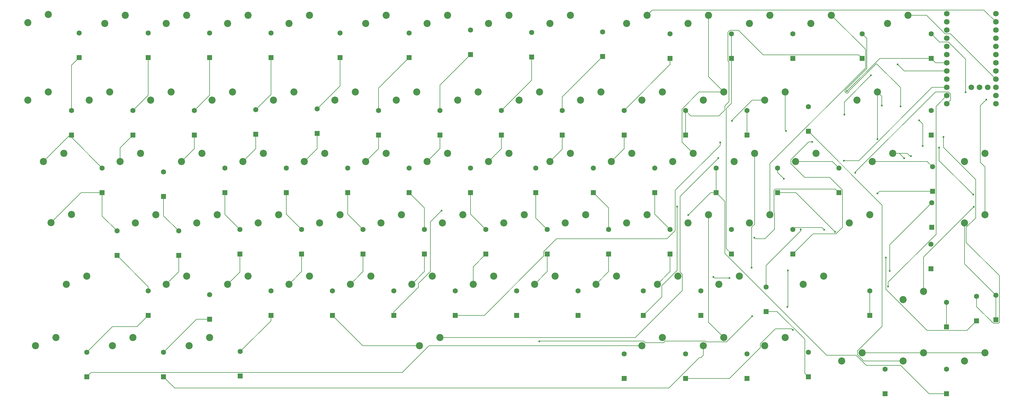
<source format=gbr>
%TF.GenerationSoftware,KiCad,Pcbnew,9.0.2*%
%TF.CreationDate,2025-06-24T14:03:34-04:00*%
%TF.ProjectId,allankeyboard,616c6c61-6e6b-4657-9962-6f6172642e6b,rev?*%
%TF.SameCoordinates,Original*%
%TF.FileFunction,Copper,L2,Bot*%
%TF.FilePolarity,Positive*%
%FSLAX46Y46*%
G04 Gerber Fmt 4.6, Leading zero omitted, Abs format (unit mm)*
G04 Created by KiCad (PCBNEW 9.0.2) date 2025-06-24 14:03:34*
%MOMM*%
%LPD*%
G01*
G04 APERTURE LIST*
G04 Aperture macros list*
%AMRoundRect*
0 Rectangle with rounded corners*
0 $1 Rounding radius*
0 $2 $3 $4 $5 $6 $7 $8 $9 X,Y pos of 4 corners*
0 Add a 4 corners polygon primitive as box body*
4,1,4,$2,$3,$4,$5,$6,$7,$8,$9,$2,$3,0*
0 Add four circle primitives for the rounded corners*
1,1,$1+$1,$2,$3*
1,1,$1+$1,$4,$5*
1,1,$1+$1,$6,$7*
1,1,$1+$1,$8,$9*
0 Add four rect primitives between the rounded corners*
20,1,$1+$1,$2,$3,$4,$5,0*
20,1,$1+$1,$4,$5,$6,$7,0*
20,1,$1+$1,$6,$7,$8,$9,0*
20,1,$1+$1,$8,$9,$2,$3,0*%
G04 Aperture macros list end*
%TA.AperFunction,ComponentPad*%
%ADD10C,2.200000*%
%TD*%
%TA.AperFunction,ComponentPad*%
%ADD11RoundRect,0.250000X0.550000X-0.550000X0.550000X0.550000X-0.550000X0.550000X-0.550000X-0.550000X0*%
%TD*%
%TA.AperFunction,ComponentPad*%
%ADD12C,1.600000*%
%TD*%
%TA.AperFunction,ComponentPad*%
%ADD13C,1.752600*%
%TD*%
%TA.AperFunction,ViaPad*%
%ADD14C,0.600000*%
%TD*%
%TA.AperFunction,Conductor*%
%ADD15C,0.200000*%
%TD*%
G04 APERTURE END LIST*
D10*
%TO.P,S73,1,1*%
%TO.N,Row 5*%
X164618750Y-260763000D03*
%TO.P,S73,2,2*%
%TO.N,Net-(D60-K)*%
X158268750Y-263303000D03*
%TD*%
%TO.P,S7,1,1*%
%TO.N,Row 0*%
X262250000Y-160750500D03*
%TO.P,S7,2,2*%
%TO.N,Net-(D7-A)*%
X255900000Y-163290500D03*
%TD*%
%TO.P,S80,1,1*%
%TO.N,Row 6*%
X409887500Y-265525500D03*
%TO.P,S80,2,2*%
%TO.N,Net-(D27-K)*%
X403537500Y-268065500D03*
%TD*%
%TO.P,S35,1,1*%
%TO.N,Row 2*%
X243200000Y-203613000D03*
%TO.P,S35,2,2*%
%TO.N,Net-(D20-K)*%
X236850000Y-206153000D03*
%TD*%
%TO.P,S37,1,1*%
%TO.N,Row 2*%
X281300000Y-203613000D03*
%TO.P,S37,2,2*%
%TO.N,Net-(D22-K)*%
X274950000Y-206153000D03*
%TD*%
%TO.P,S63,1,1*%
%TO.N,Row 4*%
X238437500Y-241713000D03*
%TO.P,S63,2,2*%
%TO.N,Net-(D49-K)*%
X232087500Y-244253000D03*
%TD*%
%TO.P,S64,1,1*%
%TO.N,Row 4*%
X257487500Y-241713000D03*
%TO.P,S64,2,2*%
%TO.N,Net-(D50-K)*%
X251137500Y-244253000D03*
%TD*%
%TO.P,S31,1,1*%
%TO.N,Row 2*%
X167000000Y-203613000D03*
%TO.P,S31,2,2*%
%TO.N,Net-(D16-K)*%
X160650000Y-206153000D03*
%TD*%
%TO.P,S2,1,1*%
%TO.N,Row 0*%
X162237500Y-160750500D03*
%TO.P,S2,2,2*%
%TO.N,Net-(D2-A)*%
X155887500Y-163290500D03*
%TD*%
%TO.P,S56,1,1*%
%TO.N,Row 6*%
X362262500Y-222663000D03*
%TO.P,S56,2,2*%
%TO.N,Net-(D43-K)*%
X355912500Y-225203000D03*
%TD*%
%TO.P,S34,1,1*%
%TO.N,Row 2*%
X224150000Y-203613000D03*
%TO.P,S34,2,2*%
%TO.N,Net-(D19-K)*%
X217800000Y-206153000D03*
%TD*%
%TO.P,S30,1,1*%
%TO.N,Row 2*%
X143187500Y-203613000D03*
%TO.P,S30,2,2*%
%TO.N,Net-(D15-K)*%
X136837500Y-206153000D03*
%TD*%
%TO.P,S65,1,1*%
%TO.N,Row 4*%
X276537500Y-241713000D03*
%TO.P,S65,2,2*%
%TO.N,Net-(D51-K)*%
X270187500Y-244253000D03*
%TD*%
%TO.P,S23,1,1*%
%TO.N,Row 1*%
X290825000Y-184563000D03*
%TO.P,S23,2,2*%
%TO.N,Net-(D23-A)*%
X284475000Y-187103000D03*
%TD*%
%TO.P,S62,1,1*%
%TO.N,Row 4*%
X219387500Y-241713000D03*
%TO.P,S62,2,2*%
%TO.N,Net-(D48-K)*%
X213037500Y-244253000D03*
%TD*%
%TO.P,S50,1,1*%
%TO.N,Row 3*%
X247962500Y-222663000D03*
%TO.P,S50,2,2*%
%TO.N,Net-(D35-K)*%
X241612500Y-225203000D03*
%TD*%
%TO.P,S52,1,1*%
%TO.N,Row 3*%
X286062500Y-222663000D03*
%TO.P,S52,2,2*%
%TO.N,Net-(D37-K)*%
X279712500Y-225203000D03*
%TD*%
%TO.P,S71,1,1*%
%TO.N,Row 7*%
X409887500Y-246475500D03*
%TO.P,S71,2,2*%
%TO.N,Column 0*%
X403537500Y-249015500D03*
%TD*%
%TO.P,S69,1,1*%
%TO.N,Row 7*%
X352737500Y-241713000D03*
%TO.P,S69,2,2*%
%TO.N,Column 2*%
X346387500Y-244253000D03*
%TD*%
%TO.P,S57,1,1*%
%TO.N,Row 5*%
X393218750Y-222663000D03*
%TO.P,S57,2,2*%
%TO.N,Net-(D57-A)*%
X386868750Y-225203000D03*
%TD*%
%TO.P,S44,1,1*%
%TO.N,Row 5*%
X428937500Y-203613000D03*
%TO.P,S44,2,2*%
%TO.N,Net-(D44-A)*%
X422587500Y-206153000D03*
%TD*%
%TO.P,S55,1,1*%
%TO.N,Row 6*%
X343212500Y-222663000D03*
%TO.P,S55,2,2*%
%TO.N,Net-(D42-K)*%
X336862500Y-225203000D03*
%TD*%
%TO.P,S40,1,1*%
%TO.N,Row 7*%
X338450000Y-203613000D03*
%TO.P,S40,2,2*%
%TO.N,Column 4*%
X332100000Y-206153000D03*
%TD*%
%TO.P,S12,1,1*%
%TO.N,Row 7*%
X362262500Y-160750500D03*
%TO.P,S12,2,2*%
%TO.N,Column 9*%
X355912500Y-163290500D03*
%TD*%
%TO.P,S9,1,1*%
%TO.N,Row 0*%
X300350000Y-160750500D03*
%TO.P,S9,2,2*%
%TO.N,Net-(D9-A)*%
X294000000Y-163290500D03*
%TD*%
%TO.P,S45,1,1*%
%TO.N,Row 3*%
X145565000Y-222630000D03*
%TO.P,S45,2,2*%
%TO.N,Net-(D30-K)*%
X139215000Y-225170000D03*
%TD*%
%TO.P,S17,1,1*%
%TO.N,Row 1*%
X176525000Y-184563000D03*
%TO.P,S17,2,2*%
%TO.N,Net-(D17-A)*%
X170175000Y-187103000D03*
%TD*%
%TO.P,S79,1,1*%
%TO.N,Row 6*%
X390837500Y-265525500D03*
%TO.P,S79,2,2*%
%TO.N,Net-(D75-K)*%
X384487500Y-268065500D03*
%TD*%
%TO.P,S54,1,1*%
%TO.N,Row 3*%
X324162500Y-222663000D03*
%TO.P,S54,2,2*%
%TO.N,Net-(D39-K)*%
X317812500Y-225203000D03*
%TD*%
%TO.P,S81,1,1*%
%TO.N,Row 6*%
X428937500Y-265525500D03*
%TO.P,S81,2,2*%
%TO.N,Net-(D28-K)*%
X422587500Y-268065500D03*
%TD*%
%TO.P,S26,1,1*%
%TO.N,Row 7*%
X347975000Y-184563000D03*
%TO.P,S26,2,2*%
%TO.N,Column 7*%
X341625000Y-187103000D03*
%TD*%
%TO.P,S74,1,1*%
%TO.N,Row 5*%
X188431250Y-260763000D03*
%TO.P,S74,2,2*%
%TO.N,Net-(D61-K)*%
X182081250Y-263303000D03*
%TD*%
%TO.P,S3,1,1*%
%TO.N,Row 0*%
X181287500Y-160750500D03*
%TO.P,S3,2,2*%
%TO.N,Net-(D3-A)*%
X174937500Y-163290500D03*
%TD*%
%TO.P,S22,1,1*%
%TO.N,Row 1*%
X271775000Y-184563000D03*
%TO.P,S22,2,2*%
%TO.N,Net-(D22-A)*%
X265425000Y-187103000D03*
%TD*%
%TO.P,S33,1,1*%
%TO.N,Row 2*%
X205100000Y-203613000D03*
%TO.P,S33,2,2*%
%TO.N,Net-(D18-K)*%
X198750000Y-206153000D03*
%TD*%
%TO.P,S10,1,1*%
%TO.N,Row 0*%
X324162500Y-160750500D03*
%TO.P,S10,2,2*%
%TO.N,Net-(D10-A)*%
X317812500Y-163290500D03*
%TD*%
%TO.P,S24,1,1*%
%TO.N,Row 1*%
X309875000Y-184563000D03*
%TO.P,S24,2,2*%
%TO.N,Net-(D10-K)*%
X303525000Y-187103000D03*
%TD*%
%TO.P,S8,1,1*%
%TO.N,Row 0*%
X281300000Y-160750500D03*
%TO.P,S8,2,2*%
%TO.N,Net-(D8-A)*%
X274950000Y-163290500D03*
%TD*%
%TO.P,S41,1,1*%
%TO.N,Row 7*%
X357500000Y-203613000D03*
%TO.P,S41,2,2*%
%TO.N,Column 5*%
X351150000Y-206153000D03*
%TD*%
%TO.P,S77,1,1*%
%TO.N,Row 6*%
X347975000Y-260763000D03*
%TO.P,S77,2,2*%
%TO.N,Net-(D73-K)*%
X341625000Y-263303000D03*
%TD*%
%TO.P,S67,1,1*%
%TO.N,Row 4*%
X314637500Y-241713000D03*
%TO.P,S67,2,2*%
%TO.N,Net-(D53-K)*%
X308287500Y-244253000D03*
%TD*%
%TO.P,S21,1,1*%
%TO.N,Row 1*%
X252725000Y-184563000D03*
%TO.P,S21,2,2*%
%TO.N,Net-(D21-A)*%
X246375000Y-187103000D03*
%TD*%
%TO.P,S15,1,1*%
%TO.N,Row 1*%
X138425000Y-184563000D03*
%TO.P,S15,2,2*%
%TO.N,Net-(D1-K)*%
X132075000Y-187103000D03*
%TD*%
%TO.P,S38,1,1*%
%TO.N,Row 2*%
X300350000Y-203613000D03*
%TO.P,S38,2,2*%
%TO.N,Net-(D23-K)*%
X294000000Y-206153000D03*
%TD*%
%TO.P,S6,1,1*%
%TO.N,Row 0*%
X243200000Y-160750500D03*
%TO.P,S6,2,2*%
%TO.N,Net-(D6-A)*%
X236850000Y-163290500D03*
%TD*%
%TO.P,S20,1,1*%
%TO.N,Row 1*%
X233675000Y-184563000D03*
%TO.P,S20,2,2*%
%TO.N,Net-(D20-A)*%
X227325000Y-187103000D03*
%TD*%
%TO.P,S19,1,1*%
%TO.N,Row 1*%
X214625000Y-184563000D03*
%TO.P,S19,2,2*%
%TO.N,Net-(D19-A)*%
X208275000Y-187103000D03*
%TD*%
%TO.P,S18,1,1*%
%TO.N,Row 1*%
X195575000Y-184563000D03*
%TO.P,S18,2,2*%
%TO.N,Net-(D18-A)*%
X189225000Y-187103000D03*
%TD*%
%TO.P,S39,1,1*%
%TO.N,Row 2*%
X319400000Y-203613000D03*
%TO.P,S39,2,2*%
%TO.N,Net-(D24-K)*%
X313050000Y-206153000D03*
%TD*%
%TO.P,S13,1,1*%
%TO.N,Row 6*%
X381312500Y-160750500D03*
%TO.P,S13,2,2*%
%TO.N,Net-(D13-A)*%
X374962500Y-163290500D03*
%TD*%
%TO.P,S51,1,1*%
%TO.N,Row 3*%
X267012500Y-222663000D03*
%TO.P,S51,2,2*%
%TO.N,Net-(D36-K)*%
X260662500Y-225203000D03*
%TD*%
%TO.P,S75,1,1*%
%TO.N,Row 5*%
X259868750Y-260763000D03*
%TO.P,S75,2,2*%
%TO.N,Net-(D62-K)*%
X253518750Y-263303000D03*
%TD*%
%TO.P,S28,1,1*%
%TO.N,Row 5*%
X395600000Y-184563000D03*
%TO.P,S28,2,2*%
%TO.N,Net-(D28-A)*%
X389250000Y-187103000D03*
%TD*%
%TO.P,S16,1,1*%
%TO.N,Row 1*%
X157475000Y-184563000D03*
%TO.P,S16,2,2*%
%TO.N,Net-(D16-A)*%
X151125000Y-187103000D03*
%TD*%
%TO.P,S48,1,1*%
%TO.N,Row 3*%
X209862500Y-222663000D03*
%TO.P,S48,2,2*%
%TO.N,Net-(D33-K)*%
X203512500Y-225203000D03*
%TD*%
%TO.P,S72,1,1*%
%TO.N,Row 5*%
X140806250Y-260763000D03*
%TO.P,S72,2,2*%
%TO.N,Net-(D59-K)*%
X134456250Y-263303000D03*
%TD*%
%TO.P,S76,1,1*%
%TO.N,Row 6*%
X328925000Y-260763000D03*
%TO.P,S76,2,2*%
%TO.N,Net-(D72-K)*%
X322575000Y-263303000D03*
%TD*%
%TO.P,S11,1,1*%
%TO.N,Row 7*%
X343212500Y-160750500D03*
%TO.P,S11,2,2*%
%TO.N,Column 8*%
X336862500Y-163290500D03*
%TD*%
%TO.P,S68,1,1*%
%TO.N,Row 4*%
X333687500Y-241713000D03*
%TO.P,S68,2,2*%
%TO.N,Net-(D54-K)*%
X327337500Y-244253000D03*
%TD*%
%TO.P,S70,1,1*%
%TO.N,Row 7*%
X378931250Y-241713000D03*
%TO.P,S70,2,2*%
%TO.N,Column 3*%
X372581250Y-244253000D03*
%TD*%
%TO.P,S47,1,1*%
%TO.N,Row 3*%
X190812500Y-222663000D03*
%TO.P,S47,2,2*%
%TO.N,Net-(D32-K)*%
X184462500Y-225203000D03*
%TD*%
%TO.P,S14,1,1*%
%TO.N,Row 6*%
X405125000Y-160750500D03*
%TO.P,S14,2,2*%
%TO.N,Net-(D14-A)*%
X398775000Y-163290500D03*
%TD*%
%TO.P,S53,1,1*%
%TO.N,Row 3*%
X305112500Y-222663000D03*
%TO.P,S53,2,2*%
%TO.N,Net-(D38-K)*%
X298762500Y-225203000D03*
%TD*%
%TO.P,S4,1,1*%
%TO.N,Row 0*%
X200337500Y-160750500D03*
%TO.P,S4,2,2*%
%TO.N,Net-(D4-A)*%
X193987500Y-163290500D03*
%TD*%
%TO.P,S61,1,1*%
%TO.N,Row 4*%
X200337500Y-241713000D03*
%TO.P,S61,2,2*%
%TO.N,Net-(D47-K)*%
X193987500Y-244253000D03*
%TD*%
%TO.P,S36,1,1*%
%TO.N,Row 2*%
X262250000Y-203613000D03*
%TO.P,S36,2,2*%
%TO.N,Net-(D21-K)*%
X255900000Y-206153000D03*
%TD*%
%TO.P,S66,1,1*%
%TO.N,Row 4*%
X295587500Y-241713000D03*
%TO.P,S66,2,2*%
%TO.N,Net-(D52-K)*%
X289237500Y-244253000D03*
%TD*%
%TO.P,S42,1,1*%
%TO.N,Row 5*%
X376550000Y-203613000D03*
%TO.P,S42,2,2*%
%TO.N,Net-(D42-A)*%
X370200000Y-206153000D03*
%TD*%
%TO.P,S43,1,1*%
%TO.N,Row 5*%
X400362500Y-203613000D03*
%TO.P,S43,2,2*%
%TO.N,Net-(D43-A)*%
X394012500Y-206153000D03*
%TD*%
%TO.P,S1,1,1*%
%TO.N,Row 0*%
X138425000Y-160560000D03*
%TO.P,S1,2,2*%
%TO.N,Net-(D1-A)*%
X132075000Y-163100000D03*
%TD*%
%TO.P,S25,1,1*%
%TO.N,Row 7*%
X328925000Y-184563000D03*
%TO.P,S25,2,2*%
%TO.N,Column 6*%
X322575000Y-187103000D03*
%TD*%
%TO.P,S59,1,1*%
%TO.N,Row 4*%
X150331250Y-241713000D03*
%TO.P,S59,2,2*%
%TO.N,Net-(D45-K)*%
X143981250Y-244253000D03*
%TD*%
%TO.P,S5,1,1*%
%TO.N,Row 0*%
X219387500Y-160750500D03*
%TO.P,S5,2,2*%
%TO.N,Net-(D5-A)*%
X213037500Y-163290500D03*
%TD*%
%TO.P,S60,1,1*%
%TO.N,Row 4*%
X181287500Y-241713000D03*
%TO.P,S60,2,2*%
%TO.N,Net-(D46-K)*%
X174937500Y-244253000D03*
%TD*%
%TO.P,S27,1,1*%
%TO.N,Row 5*%
X367025000Y-184563000D03*
%TO.P,S27,2,2*%
%TO.N,Net-(D27-A)*%
X360675000Y-187103000D03*
%TD*%
%TO.P,S78,1,1*%
%TO.N,Row 6*%
X367025000Y-260763000D03*
%TO.P,S78,2,2*%
%TO.N,Net-(D74-K)*%
X360675000Y-263303000D03*
%TD*%
%TO.P,S58,1,1*%
%TO.N,Row 7*%
X428937500Y-222663000D03*
%TO.P,S58,2,2*%
%TO.N,Column 1*%
X422587500Y-225203000D03*
%TD*%
%TO.P,S46,1,1*%
%TO.N,Row 3*%
X171762500Y-222663000D03*
%TO.P,S46,2,2*%
%TO.N,Net-(D31-K)*%
X165412500Y-225203000D03*
%TD*%
%TO.P,S32,1,1*%
%TO.N,Row 2*%
X186050000Y-203613000D03*
%TO.P,S32,2,2*%
%TO.N,Net-(D17-K)*%
X179700000Y-206153000D03*
%TD*%
%TO.P,S49,1,1*%
%TO.N,Row 3*%
X228912500Y-222663000D03*
%TO.P,S49,2,2*%
%TO.N,Net-(D34-K)*%
X222562500Y-225203000D03*
%TD*%
D11*
%TO.P,D65,1,K*%
%TO.N,Net-(D57-A)*%
X283677400Y-253902400D03*
D12*
%TO.P,D65,2,A*%
%TO.N,Net-(D51-K)*%
X283677400Y-246282400D03*
%TD*%
D11*
%TO.P,D30,1,K*%
%TO.N,Net-(D30-K)*%
X155092600Y-215803200D03*
D12*
%TO.P,D30,2,A*%
%TO.N,Net-(D15-K)*%
X155092600Y-208183200D03*
%TD*%
D11*
%TO.P,D72,1,K*%
%TO.N,Net-(D72-K)*%
X150330200Y-272952000D03*
D12*
%TO.P,D72,2,A*%
%TO.N,Net-(D59-K)*%
X150330200Y-265332000D03*
%TD*%
D11*
%TO.P,D81,1,K*%
%TO.N,Column 5*%
X426330000Y-255620000D03*
D12*
%TO.P,D81,2,A*%
%TO.N,Net-(D28-K)*%
X426330000Y-248000000D03*
%TD*%
D11*
%TO.P,D55,1,K*%
%TO.N,Column 8*%
X350351000Y-234852800D03*
D12*
%TO.P,D55,2,A*%
%TO.N,Net-(D42-K)*%
X350351000Y-227232800D03*
%TD*%
D11*
%TO.P,D66,1,K*%
%TO.N,Net-(D44-A)*%
X302727000Y-253902400D03*
D12*
%TO.P,D66,2,A*%
%TO.N,Net-(D52-K)*%
X302727000Y-246282400D03*
%TD*%
D11*
%TO.P,D14,1,K*%
%TO.N,Column 7*%
X412262200Y-174132200D03*
D12*
%TO.P,D14,2,A*%
%TO.N,Net-(D14-A)*%
X412262200Y-166512200D03*
%TD*%
D11*
%TO.P,D12,1,K*%
%TO.N,unconnected-(D12-K-Pad1)*%
X369400600Y-174132200D03*
D12*
%TO.P,D12,2,A*%
%TO.N,Column 9*%
X369400600Y-166512200D03*
%TD*%
D11*
%TO.P,D25,1,K*%
%TO.N,Column 6*%
X336063800Y-197944200D03*
D12*
%TO.P,D25,2,A*%
X336063800Y-190324200D03*
%TD*%
D11*
%TO.P,D70,1,K*%
%TO.N,Column 3*%
X393212600Y-253902400D03*
D12*
%TO.P,D70,2,A*%
X393212600Y-246282400D03*
%TD*%
D11*
%TO.P,D10,1,K*%
%TO.N,Net-(D10-K)*%
X331301400Y-174132200D03*
D12*
%TO.P,D10,2,A*%
%TO.N,Net-(D10-A)*%
X331301400Y-166512200D03*
%TD*%
D11*
%TO.P,D28,1,K*%
%TO.N,Net-(D28-K)*%
X412262200Y-197944200D03*
D12*
%TO.P,D28,2,A*%
%TO.N,Net-(D28-A)*%
X412262200Y-190324200D03*
%TD*%
D11*
%TO.P,D7,1,K*%
%TO.N,Net-(D21-A)*%
X269393750Y-172942500D03*
D12*
%TO.P,D7,2,A*%
%TO.N,Net-(D7-A)*%
X269393750Y-165322500D03*
%TD*%
D11*
%TO.P,D80,1,K*%
%TO.N,Column 4*%
X417024600Y-278225500D03*
D12*
%TO.P,D80,2,A*%
%TO.N,Net-(D27-K)*%
X417024600Y-270605500D03*
%TD*%
D11*
%TO.P,D50,1,K*%
%TO.N,Net-(D50-K)*%
X255103000Y-234852800D03*
D12*
%TO.P,D50,2,A*%
%TO.N,Net-(D35-K)*%
X255103000Y-227232800D03*
%TD*%
D11*
%TO.P,D32,1,K*%
%TO.N,Net-(D32-K)*%
X193191800Y-215803200D03*
D12*
%TO.P,D32,2,A*%
%TO.N,Net-(D17-K)*%
X193191800Y-208183200D03*
%TD*%
D11*
%TO.P,D13,1,K*%
%TO.N,Column 6*%
X390831400Y-174132200D03*
D12*
%TO.P,D13,2,A*%
%TO.N,Net-(D13-A)*%
X390831400Y-166512200D03*
%TD*%
D11*
%TO.P,D31,1,K*%
%TO.N,Net-(D31-K)*%
X174142200Y-216993800D03*
D12*
%TO.P,D31,2,A*%
%TO.N,Net-(D16-K)*%
X174142200Y-209373800D03*
%TD*%
D11*
%TO.P,D69,1,K*%
%TO.N,Column 2*%
X361066400Y-252711800D03*
D12*
%TO.P,D69,2,A*%
X361066400Y-245091800D03*
%TD*%
D11*
%TO.P,D24,1,K*%
%TO.N,Net-(D24-K)*%
X317014200Y-197944200D03*
D12*
%TO.P,D24,2,A*%
%TO.N,Net-(D10-K)*%
X317014200Y-190324200D03*
%TD*%
D11*
%TO.P,D23,1,K*%
%TO.N,Net-(D23-K)*%
X297810000Y-197944200D03*
D12*
%TO.P,D23,2,A*%
%TO.N,Net-(D23-A)*%
X297810000Y-190324200D03*
%TD*%
D11*
%TO.P,D34,1,K*%
%TO.N,Net-(D34-K)*%
X231291000Y-215803200D03*
D12*
%TO.P,D34,2,A*%
%TO.N,Net-(D19-K)*%
X231291000Y-208183200D03*
%TD*%
D11*
%TO.P,D8,1,K*%
%TO.N,Net-(D22-A)*%
X288325000Y-173770000D03*
D12*
%TO.P,D8,2,A*%
%TO.N,Net-(D8-A)*%
X288325000Y-166150000D03*
%TD*%
D11*
%TO.P,D48,1,K*%
%TO.N,Net-(D48-K)*%
X217003800Y-234852800D03*
D12*
%TO.P,D48,2,A*%
%TO.N,Net-(D33-K)*%
X217003800Y-227232800D03*
%TD*%
D11*
%TO.P,D37,1,K*%
%TO.N,Net-(D37-K)*%
X289630400Y-215803200D03*
D12*
%TO.P,D37,2,A*%
%TO.N,Net-(D22-K)*%
X289630400Y-208183200D03*
%TD*%
D11*
%TO.P,D74,1,K*%
%TO.N,Net-(D74-K)*%
X197954200Y-272713800D03*
D12*
%TO.P,D74,2,A*%
%TO.N,Net-(D61-K)*%
X197954200Y-265093800D03*
%TD*%
D11*
%TO.P,D33,1,K*%
%TO.N,Net-(D33-K)*%
X212241400Y-215803200D03*
D12*
%TO.P,D33,2,A*%
%TO.N,Net-(D18-K)*%
X212241400Y-208183200D03*
%TD*%
D11*
%TO.P,D49,1,K*%
%TO.N,Net-(D49-K)*%
X236053400Y-234852800D03*
D12*
%TO.P,D49,2,A*%
%TO.N,Net-(D34-K)*%
X236053400Y-227232800D03*
%TD*%
D11*
%TO.P,D20,1,K*%
%TO.N,Net-(D20-K)*%
X240815800Y-197944200D03*
D12*
%TO.P,D20,2,A*%
%TO.N,Net-(D20-A)*%
X240815800Y-190324200D03*
%TD*%
D11*
%TO.P,D78,1,K*%
%TO.N,Column 2*%
X374163000Y-272952000D03*
D12*
%TO.P,D78,2,A*%
%TO.N,Net-(D74-K)*%
X374163000Y-265332000D03*
%TD*%
D11*
%TO.P,D75,1,K*%
%TO.N,Net-(D75-K)*%
X317014200Y-273463000D03*
D12*
%TO.P,D75,2,A*%
%TO.N,Net-(D62-K)*%
X317014200Y-265843000D03*
%TD*%
D11*
%TO.P,D4,1,K*%
%TO.N,Net-(D18-A)*%
X207481250Y-173895000D03*
D12*
%TO.P,D4,2,A*%
%TO.N,Net-(D4-A)*%
X207481250Y-166275000D03*
%TD*%
D11*
%TO.P,D77,1,K*%
%TO.N,Column 1*%
X355113400Y-273463000D03*
D12*
%TO.P,D77,2,A*%
%TO.N,Net-(D73-K)*%
X355113400Y-265843000D03*
%TD*%
D11*
%TO.P,D9,1,K*%
%TO.N,Net-(D23-A)*%
X310325000Y-173580000D03*
D12*
%TO.P,D9,2,A*%
%TO.N,Net-(D9-A)*%
X310325000Y-165960000D03*
%TD*%
D11*
%TO.P,D1,1,K*%
%TO.N,Net-(D1-K)*%
X147950000Y-173895000D03*
D12*
%TO.P,D1,2,A*%
%TO.N,Net-(D1-A)*%
X147950000Y-166275000D03*
%TD*%
D11*
%TO.P,D35,1,K*%
%TO.N,Net-(D35-K)*%
X250340600Y-215803200D03*
D12*
%TO.P,D35,2,A*%
%TO.N,Net-(D20-K)*%
X250340600Y-208183200D03*
%TD*%
D11*
%TO.P,D56,1,K*%
%TO.N,Column 9*%
X369400600Y-234852800D03*
D12*
%TO.P,D56,2,A*%
%TO.N,Net-(D43-K)*%
X369400600Y-227232800D03*
%TD*%
D11*
%TO.P,D26,1,K*%
%TO.N,Column 7*%
X355113400Y-197944200D03*
D12*
%TO.P,D26,2,A*%
X355113400Y-190324200D03*
%TD*%
D11*
%TO.P,D11,1,K*%
%TO.N,Column 8*%
X350351000Y-174132200D03*
D12*
%TO.P,D11,2,A*%
X350351000Y-166512200D03*
%TD*%
D11*
%TO.P,D17,1,K*%
%TO.N,Net-(D17-K)*%
X183667000Y-197944200D03*
D12*
%TO.P,D17,2,A*%
%TO.N,Net-(D17-A)*%
X183667000Y-190324200D03*
%TD*%
D11*
%TO.P,D2,1,K*%
%TO.N,Net-(D16-A)*%
X169381250Y-173895000D03*
D12*
%TO.P,D2,2,A*%
%TO.N,Net-(D2-A)*%
X169381250Y-166275000D03*
%TD*%
D11*
%TO.P,D60,1,K*%
%TO.N,Net-(D60-K)*%
X188429400Y-255093000D03*
D12*
%TO.P,D60,2,A*%
%TO.N,Net-(D46-K)*%
X188429400Y-247473000D03*
%TD*%
D11*
%TO.P,D15,1,K*%
%TO.N,Net-(D15-K)*%
X145567800Y-197944200D03*
D12*
%TO.P,D15,2,A*%
%TO.N,Net-(D1-K)*%
X145567800Y-190324200D03*
%TD*%
D11*
%TO.P,D79,1,K*%
%TO.N,Column 3*%
X397975000Y-278225500D03*
D12*
%TO.P,D79,2,A*%
%TO.N,Net-(D75-K)*%
X397975000Y-270605500D03*
%TD*%
D11*
%TO.P,D59,1,K*%
%TO.N,Net-(D59-K)*%
X169379800Y-253902400D03*
D12*
%TO.P,D59,2,A*%
%TO.N,Net-(D45-K)*%
X169379800Y-246282400D03*
%TD*%
D11*
%TO.P,D42,1,K*%
%TO.N,Net-(D42-K)*%
X383687800Y-215803200D03*
D12*
%TO.P,D42,2,A*%
%TO.N,Net-(D42-A)*%
X383687800Y-208183200D03*
%TD*%
D11*
%TO.P,D73,1,K*%
%TO.N,Net-(D73-K)*%
X174142200Y-272952000D03*
D12*
%TO.P,D73,2,A*%
%TO.N,Net-(D60-K)*%
X174142200Y-265332000D03*
%TD*%
D11*
%TO.P,D47,1,K*%
%TO.N,Net-(D47-K)*%
X197797500Y-234852800D03*
D12*
%TO.P,D47,2,A*%
%TO.N,Net-(D32-K)*%
X197797500Y-227232800D03*
%TD*%
D11*
%TO.P,D39,1,K*%
%TO.N,Net-(D39-K)*%
X326539000Y-215803200D03*
D12*
%TO.P,D39,2,A*%
%TO.N,Net-(D24-K)*%
X326539000Y-208183200D03*
%TD*%
D11*
%TO.P,D64,1,K*%
%TO.N,Net-(D28-A)*%
X264627800Y-253902400D03*
D12*
%TO.P,D64,2,A*%
%TO.N,Net-(D50-K)*%
X264627800Y-246282400D03*
%TD*%
D11*
%TO.P,D38,1,K*%
%TO.N,Net-(D38-K)*%
X307489400Y-215803200D03*
D12*
%TO.P,D38,2,A*%
%TO.N,Net-(D23-K)*%
X307489400Y-208183200D03*
%TD*%
D11*
%TO.P,D53,1,K*%
%TO.N,Net-(D53-K)*%
X312251800Y-234852800D03*
D12*
%TO.P,D53,2,A*%
%TO.N,Net-(D38-K)*%
X312251800Y-227232800D03*
%TD*%
D11*
%TO.P,D5,1,K*%
%TO.N,Net-(D19-A)*%
X228912500Y-173895000D03*
D12*
%TO.P,D5,2,A*%
%TO.N,Net-(D5-A)*%
X228912500Y-166275000D03*
%TD*%
D11*
%TO.P,D52,1,K*%
%TO.N,Net-(D52-K)*%
X293202200Y-234852800D03*
D12*
%TO.P,D52,2,A*%
%TO.N,Net-(D37-K)*%
X293202200Y-227232800D03*
%TD*%
D11*
%TO.P,D3,1,K*%
%TO.N,Net-(D17-A)*%
X188431250Y-173895000D03*
D12*
%TO.P,D3,2,A*%
%TO.N,Net-(D3-A)*%
X188431250Y-166275000D03*
%TD*%
D11*
%TO.P,D19,1,K*%
%TO.N,Net-(D19-K)*%
X221766200Y-197467800D03*
D12*
%TO.P,D19,2,A*%
%TO.N,Net-(D19-A)*%
X221766200Y-189847800D03*
%TD*%
D11*
%TO.P,D27,1,K*%
%TO.N,Net-(D27-K)*%
X374163000Y-196753600D03*
D12*
%TO.P,D27,2,A*%
%TO.N,Net-(D27-A)*%
X374163000Y-189133600D03*
%TD*%
D11*
%TO.P,D36,1,K*%
%TO.N,Net-(D36-K)*%
X269390200Y-215803200D03*
D12*
%TO.P,D36,2,A*%
%TO.N,Net-(D21-K)*%
X269390200Y-208183200D03*
%TD*%
D11*
%TO.P,D62,1,K*%
%TO.N,Net-(D62-K)*%
X226528600Y-253902400D03*
D12*
%TO.P,D62,2,A*%
%TO.N,Net-(D48-K)*%
X226528600Y-246282400D03*
%TD*%
D11*
%TO.P,D76,1,K*%
%TO.N,Column 0*%
X336063800Y-273463000D03*
D12*
%TO.P,D76,2,A*%
%TO.N,Net-(D72-K)*%
X336063800Y-265843000D03*
%TD*%
D11*
%TO.P,D57,1,K*%
%TO.N,Net-(D13-A)*%
X412250000Y-239470000D03*
D12*
%TO.P,D57,2,A*%
%TO.N,Net-(D57-A)*%
X412250000Y-231850000D03*
%TD*%
D11*
%TO.P,D16,1,K*%
%TO.N,Net-(D16-K)*%
X164617400Y-197944200D03*
D12*
%TO.P,D16,2,A*%
%TO.N,Net-(D16-A)*%
X164617400Y-190324200D03*
%TD*%
D11*
%TO.P,D68,1,K*%
%TO.N,Net-(D43-A)*%
X340826200Y-253902400D03*
D12*
%TO.P,D68,2,A*%
%TO.N,Net-(D54-K)*%
X340826200Y-246282400D03*
%TD*%
D11*
%TO.P,D6,1,K*%
%TO.N,Net-(D20-A)*%
X250343750Y-173895000D03*
D12*
%TO.P,D6,2,A*%
%TO.N,Net-(D6-A)*%
X250343750Y-166275000D03*
%TD*%
D11*
%TO.P,D43,1,K*%
%TO.N,Net-(D43-K)*%
X412700000Y-215420000D03*
D12*
%TO.P,D43,2,A*%
%TO.N,Net-(D43-A)*%
X412700000Y-207800000D03*
%TD*%
D11*
%TO.P,D46,1,K*%
%TO.N,Net-(D46-K)*%
X178825000Y-235330000D03*
D12*
%TO.P,D46,2,A*%
%TO.N,Net-(D31-K)*%
X178825000Y-227710000D03*
%TD*%
D11*
%TO.P,D71,1,K*%
%TO.N,Column 0*%
X417024600Y-257474200D03*
D12*
%TO.P,D71,2,A*%
X417024600Y-249854200D03*
%TD*%
D11*
%TO.P,D54,1,K*%
%TO.N,Net-(D54-K)*%
X331301400Y-234852800D03*
D12*
%TO.P,D54,2,A*%
%TO.N,Net-(D39-K)*%
X331301400Y-227232800D03*
%TD*%
D11*
%TO.P,D18,1,K*%
%TO.N,Net-(D18-K)*%
X202716600Y-197706000D03*
D12*
%TO.P,D18,2,A*%
%TO.N,Net-(D18-A)*%
X202716600Y-190086000D03*
%TD*%
D11*
%TO.P,D58,1,K*%
%TO.N,Column 1*%
X432350000Y-255310000D03*
D12*
%TO.P,D58,2,A*%
X432350000Y-247690000D03*
%TD*%
D11*
%TO.P,D21,1,K*%
%TO.N,Net-(D21-K)*%
X259865400Y-197944200D03*
D12*
%TO.P,D21,2,A*%
%TO.N,Net-(D21-A)*%
X259865400Y-190324200D03*
%TD*%
D11*
%TO.P,D51,1,K*%
%TO.N,Net-(D51-K)*%
X274152600Y-234852800D03*
D12*
%TO.P,D51,2,A*%
%TO.N,Net-(D36-K)*%
X274152600Y-227232800D03*
%TD*%
D11*
%TO.P,D22,1,K*%
%TO.N,Net-(D22-K)*%
X278915000Y-197944200D03*
D12*
%TO.P,D22,2,A*%
%TO.N,Net-(D22-A)*%
X278915000Y-190324200D03*
%TD*%
D11*
%TO.P,D67,1,K*%
%TO.N,Net-(D42-A)*%
X322967200Y-253902400D03*
D12*
%TO.P,D67,2,A*%
%TO.N,Net-(D53-K)*%
X322967200Y-246282400D03*
%TD*%
D13*
%TO.P,U1,1,1*%
%TO.N,Row 1*%
X432370000Y-160310000D03*
%TO.P,U1,2,0*%
%TO.N,Row 0*%
X432370000Y-162850000D03*
%TO.P,U1,3,GND*%
%TO.N,GND*%
X432370000Y-165390000D03*
%TO.P,U1,4,GND*%
%TO.N,unconnected-(U1-GND-Pad4)*%
X432370000Y-167930000D03*
%TO.P,U1,5,2*%
%TO.N,Row 2*%
X432370000Y-170470000D03*
%TO.P,U1,6,3*%
%TO.N,Row 3*%
X432370000Y-173010000D03*
%TO.P,U1,7,4*%
%TO.N,Row 4*%
X432370000Y-175550000D03*
%TO.P,U1,8,5*%
%TO.N,Row 5*%
X432370000Y-178090000D03*
%TO.P,U1,9,6*%
%TO.N,Row 6*%
X432370000Y-180630000D03*
%TO.P,U1,10,7*%
%TO.N,Row 7*%
X432370000Y-183170000D03*
%TO.P,U1,11,8*%
%TO.N,Column 1*%
X432370000Y-185710000D03*
%TO.P,U1,12,9*%
%TO.N,Column 0*%
X432370000Y-188250000D03*
%TO.P,U1,13,10*%
%TO.N,Column 2*%
X417130000Y-188250000D03*
%TO.P,U1,14,16*%
%TO.N,Column 3*%
X417130000Y-185710000D03*
%TO.P,U1,15,14*%
%TO.N,Column 4*%
X417130000Y-183170000D03*
%TO.P,U1,16,15*%
%TO.N,Column 5*%
X417130000Y-180630000D03*
%TO.P,U1,17,18*%
%TO.N,Column 6*%
X417130000Y-178090000D03*
%TO.P,U1,18,19*%
%TO.N,Column 7*%
X417130000Y-175550000D03*
%TO.P,U1,19,20*%
%TO.N,Column 8*%
X417130000Y-173010000D03*
%TO.P,U1,20,21*%
%TO.N,Column 9*%
X417130000Y-170470000D03*
%TO.P,U1,21,3.3v*%
%TO.N,unconnected-(U1-3.3v-Pad21)*%
X417130000Y-167930000D03*
%TO.P,U1,22,RST*%
%TO.N,unconnected-(U1-RST-Pad22)*%
X417130000Y-165390000D03*
%TO.P,U1,23,GND*%
%TO.N,unconnected-(U1-GND-Pad23)*%
X417130000Y-162850000D03*
%TO.P,U1,24,B+*%
%TO.N,unconnected-(U1-B+-Pad24)*%
X417130000Y-160310000D03*
%TO.P,U1,25,1*%
%TO.N,unconnected-(U1-1-Pad25)*%
X429830000Y-183170000D03*
%TO.P,U1,26,2*%
%TO.N,unconnected-(U1-2-Pad26)*%
X427290000Y-183170000D03*
%TO.P,U1,27,7*%
%TO.N,unconnected-(U1-7-Pad27)*%
X424750000Y-183170000D03*
%TD*%
D11*
%TO.P,D40,1,K*%
%TO.N,Column 4*%
X345588600Y-215803200D03*
D12*
%TO.P,D40,2,A*%
X345588600Y-208183200D03*
%TD*%
D11*
%TO.P,D63,1,K*%
%TO.N,Net-(D27-A)*%
X245578200Y-253902400D03*
D12*
%TO.P,D63,2,A*%
%TO.N,Net-(D49-K)*%
X245578200Y-246282400D03*
%TD*%
D11*
%TO.P,D41,1,K*%
%TO.N,Column 5*%
X364638200Y-215803200D03*
D12*
%TO.P,D41,2,A*%
X364638200Y-208183200D03*
%TD*%
D11*
%TO.P,D45,1,K*%
%TO.N,Net-(D45-K)*%
X159725000Y-235330000D03*
D12*
%TO.P,D45,2,A*%
%TO.N,Net-(D30-K)*%
X159725000Y-227710000D03*
%TD*%
D11*
%TO.P,D44,1,K*%
%TO.N,Net-(D14-A)*%
X412450000Y-226570000D03*
D12*
%TO.P,D44,2,A*%
%TO.N,Net-(D44-A)*%
X412450000Y-218950000D03*
%TD*%
D11*
%TO.P,D61,1,K*%
%TO.N,Net-(D61-K)*%
X207479000Y-253902400D03*
D12*
%TO.P,D61,2,A*%
%TO.N,Net-(D47-K)*%
X207479000Y-246282400D03*
%TD*%
D14*
%TO.N,Net-(D44-A)*%
X399420000Y-240140000D03*
%TO.N,Column 9*%
X385330000Y-191600000D03*
X375340000Y-200100000D03*
X393610000Y-179400000D03*
%TO.N,Column 5*%
X398200000Y-235980000D03*
X366560000Y-211510000D03*
X382520000Y-228010000D03*
%TO.N,Column 4*%
X336930000Y-222750000D03*
X385210000Y-205880000D03*
%TO.N,Column 0*%
X369350000Y-258430000D03*
%TO.N,Column 6*%
X401840000Y-176000000D03*
%TO.N,Column 7*%
X386140000Y-184340000D03*
%TO.N,Row 4*%
X344730000Y-241970000D03*
X349760000Y-242290000D03*
%TO.N,Column 2*%
X371840000Y-227280000D03*
X388780000Y-209610000D03*
%TO.N,Row 5*%
X396970000Y-188810000D03*
X367240000Y-196670000D03*
X425290000Y-216420000D03*
X403930000Y-205180000D03*
X406010000Y-204480000D03*
X414790000Y-201860000D03*
X395630000Y-199230000D03*
X346270000Y-205100000D03*
%TO.N,Column 3*%
X398930000Y-244900000D03*
%TO.N,Net-(D13-A)*%
X409680000Y-201300000D03*
X402780000Y-189040000D03*
X408560000Y-193380000D03*
%TO.N,Net-(D14-A)*%
X422920000Y-184700000D03*
%TO.N,Net-(D28-K)*%
X416140000Y-198530000D03*
%TO.N,Net-(D42-K)*%
X357470000Y-229770000D03*
%TO.N,Net-(D43-K)*%
X379090000Y-227360000D03*
X395630000Y-216070000D03*
%TO.N,Net-(D27-A)*%
X350470000Y-193520000D03*
X260370000Y-221410000D03*
%TO.N,Net-(D28-A)*%
X346830000Y-200260000D03*
%TO.N,Net-(D42-A)*%
X333490000Y-220100000D03*
%TO.N,Net-(D57-A)*%
X290750000Y-262000000D03*
X356760000Y-254180000D03*
X367680000Y-251290000D03*
X367850000Y-239940000D03*
%TO.N,Row 7*%
X425490000Y-220210000D03*
X356600000Y-239090000D03*
X429400000Y-186910000D03*
%TD*%
D15*
%TO.N,Row 0*%
X325780300Y-159132700D02*
X428652700Y-159132700D01*
X428652700Y-159132700D02*
X432370000Y-162850000D01*
X324162500Y-160750500D02*
X325780300Y-159132700D01*
%TO.N,Column 8*%
X348679000Y-189780530D02*
X348679000Y-233180800D01*
X350351000Y-174132200D02*
X350351000Y-188108530D01*
X350351000Y-166512200D02*
X350351000Y-174132200D01*
X348679000Y-233180800D02*
X350351000Y-234852800D01*
X350351000Y-188108530D02*
X348679000Y-189780530D01*
%TO.N,Net-(D44-A)*%
X412450000Y-218950000D02*
X399420000Y-231980000D01*
X399420000Y-231980000D02*
X399420000Y-240140000D01*
%TO.N,Column 9*%
X382768943Y-228611000D02*
X384788800Y-226591143D01*
X369400600Y-234852800D02*
X375642400Y-228611000D01*
X385330000Y-187680000D02*
X393610000Y-179400000D01*
X385330000Y-191600000D02*
X385330000Y-187680000D01*
X384788800Y-226591143D02*
X384788800Y-215018040D01*
X375642400Y-228611000D02*
X382768943Y-228611000D01*
X384788800Y-215018040D02*
X380814760Y-211044000D01*
X374271686Y-200100000D02*
X375340000Y-200100000D01*
X368799000Y-205572686D02*
X374271686Y-200100000D01*
X368799000Y-206806816D02*
X368799000Y-205572686D01*
X380814760Y-211044000D02*
X373036184Y-211044000D01*
X373036184Y-211044000D02*
X368799000Y-206806816D01*
%TO.N,Column 5*%
X411006200Y-258575200D02*
X398200000Y-245769000D01*
X426330000Y-255620000D02*
X423374800Y-258575200D01*
X398200000Y-245769000D02*
X398200000Y-235980000D01*
X423374800Y-258575200D02*
X411006200Y-258575200D01*
X370313200Y-215803200D02*
X364638200Y-215803200D01*
X364638200Y-209588200D02*
X364638200Y-208183200D01*
X382520000Y-228010000D02*
X370313200Y-215803200D01*
X366560000Y-211510000D02*
X364638200Y-209588200D01*
%TO.N,Column 4*%
X345588600Y-215803200D02*
X345588600Y-208183200D01*
X348278000Y-218492600D02*
X348278000Y-234665960D01*
X336930000Y-222750000D02*
X343876800Y-215803200D01*
X348278000Y-234665960D02*
X379883954Y-266271914D01*
X345588600Y-215803200D02*
X348278000Y-218492600D01*
X417130000Y-183170000D02*
X412539943Y-183170000D01*
X411642684Y-278225500D02*
X417024600Y-278225500D01*
X343876800Y-215803200D02*
X345588600Y-215803200D01*
X392168086Y-269404500D02*
X402821684Y-269404500D01*
X412539943Y-183170000D02*
X389829943Y-205880000D01*
X389035500Y-266271914D02*
X392168086Y-269404500D01*
X389829943Y-205880000D02*
X385210000Y-205880000D01*
X402821684Y-269404500D02*
X411642684Y-278225500D01*
X379883954Y-266271914D02*
X389035500Y-266271914D01*
%TO.N,Column 0*%
X417024600Y-249854200D02*
X417024600Y-257474200D01*
X349694314Y-273463000D02*
X359274000Y-263883314D01*
X363966686Y-258030000D02*
X368870000Y-258030000D01*
X359274000Y-263883314D02*
X359274000Y-262722686D01*
X368870000Y-258030000D02*
X368950000Y-258030000D01*
X359274000Y-262722686D02*
X363966686Y-258030000D01*
X336063800Y-273463000D02*
X349694314Y-273463000D01*
X368950000Y-258030000D02*
X369350000Y-258430000D01*
%TO.N,Column 6*%
X348278000Y-190124816D02*
X348278000Y-188887840D01*
X336063800Y-190324200D02*
X337733600Y-191994000D01*
X337733600Y-191994000D02*
X346408816Y-191994000D01*
X417130000Y-178090000D02*
X403930000Y-178090000D01*
X336063800Y-197944200D02*
X336063800Y-190324200D01*
X352524730Y-165411200D02*
X360144730Y-173031200D01*
X349250000Y-166056150D02*
X349894950Y-165411200D01*
X349565840Y-175233200D02*
X349250000Y-174917360D01*
X349250000Y-174917360D02*
X349250000Y-166056150D01*
X346408816Y-191994000D02*
X348278000Y-190124816D01*
X389730400Y-173031200D02*
X390831400Y-174132200D01*
X360144730Y-173031200D02*
X389730400Y-173031200D01*
X349894950Y-165411200D02*
X352524730Y-165411200D01*
X349565840Y-187600000D02*
X349565840Y-175233200D01*
X403930000Y-178090000D02*
X401840000Y-176000000D01*
X348278000Y-188887840D02*
X349565840Y-187600000D01*
%TO.N,Column 7*%
X413680000Y-175550000D02*
X412262200Y-174132200D01*
X355113400Y-197944200D02*
X355113400Y-190324200D01*
X396347800Y-174132200D02*
X386140000Y-184340000D01*
X412262200Y-174132200D02*
X396347800Y-174132200D01*
X417130000Y-175550000D02*
X413680000Y-175550000D01*
%TO.N,Row 4*%
X349760000Y-242290000D02*
X345050000Y-242290000D01*
X345050000Y-242290000D02*
X344730000Y-241970000D01*
%TO.N,Column 2*%
X364481743Y-252711800D02*
X373062000Y-261292057D01*
X373062000Y-271851000D02*
X374163000Y-272952000D01*
X413651486Y-184532700D02*
X388780000Y-209404186D01*
X388780000Y-209404186D02*
X388780000Y-209610000D01*
X371840000Y-227280000D02*
X371840000Y-227680000D01*
X371840000Y-227680000D02*
X361066400Y-238453600D01*
X361066400Y-252711800D02*
X364481743Y-252711800D01*
X373062000Y-261292057D02*
X373062000Y-271851000D01*
X418307300Y-185222346D02*
X417617654Y-184532700D01*
X418307300Y-187072700D02*
X418307300Y-185222346D01*
X361066400Y-238453600D02*
X361066400Y-245091800D01*
X417130000Y-188250000D02*
X418307300Y-187072700D01*
X417617654Y-184532700D02*
X413651486Y-184532700D01*
%TO.N,Column 1*%
X432350000Y-247690000D02*
X432350000Y-255310000D01*
X422587500Y-225203000D02*
X422587500Y-237927500D01*
X422587500Y-237927500D02*
X432350000Y-247690000D01*
%TO.N,Row 5*%
X320502316Y-260763000D02*
X335088500Y-246176816D01*
X404823000Y-203613000D02*
X400362500Y-203613000D01*
X259868750Y-260763000D02*
X320502316Y-260763000D01*
X334391500Y-240435686D02*
X334391500Y-216989970D01*
X395600000Y-184563000D02*
X395600000Y-199200000D01*
X334391500Y-216989970D02*
X346270000Y-205111470D01*
X403930000Y-205180000D02*
X402363000Y-203613000D01*
X396970000Y-188810000D02*
X396970000Y-185933000D01*
X346270000Y-205111470D02*
X346270000Y-205100000D01*
X367025000Y-196455000D02*
X367240000Y-196670000D01*
X406010000Y-204480000D02*
X405690000Y-204480000D01*
X367025000Y-184563000D02*
X367025000Y-196455000D01*
X335088500Y-246176816D02*
X335088500Y-241132686D01*
X414790000Y-205920000D02*
X414790000Y-201860000D01*
X402363000Y-203613000D02*
X400362500Y-203613000D01*
X396970000Y-185933000D02*
X395600000Y-184563000D01*
X405690000Y-204480000D02*
X404823000Y-203613000D01*
X425290000Y-216420000D02*
X414790000Y-205920000D01*
X395600000Y-199200000D02*
X395630000Y-199230000D01*
X335088500Y-241132686D02*
X334391500Y-240435686D01*
%TO.N,Column 3*%
X393212600Y-253902400D02*
X393212600Y-246282400D01*
X417130000Y-185710000D02*
X413801000Y-189039000D01*
X398930000Y-243612950D02*
X398930000Y-244900000D01*
X413801000Y-228741950D02*
X398930000Y-243612950D01*
X413801000Y-189039000D02*
X413801000Y-228741950D01*
%TO.N,Net-(D1-K)*%
X145567800Y-176277200D02*
X147950000Y-173895000D01*
X145567800Y-190324200D02*
X145567800Y-176277200D01*
%TO.N,Net-(D16-A)*%
X169381250Y-185560350D02*
X164617400Y-190324200D01*
X169381250Y-173895000D02*
X169381250Y-185560350D01*
%TO.N,Net-(D17-A)*%
X188431250Y-173895000D02*
X188431250Y-185559950D01*
X188431250Y-185559950D02*
X183667000Y-190324200D01*
%TO.N,Net-(D18-A)*%
X207481250Y-185321350D02*
X202716600Y-190086000D01*
X207481250Y-173895000D02*
X207481250Y-185321350D01*
%TO.N,Net-(D19-A)*%
X228912500Y-173895000D02*
X228912500Y-182701500D01*
X228912500Y-182701500D02*
X221766200Y-189847800D01*
%TO.N,Net-(D20-A)*%
X250343750Y-173895000D02*
X240815800Y-183422950D01*
X240815800Y-183422950D02*
X240815800Y-190324200D01*
%TO.N,Net-(D21-A)*%
X259865400Y-182470850D02*
X269393750Y-172942500D01*
X259865400Y-190324200D02*
X259865400Y-182470850D01*
%TO.N,Net-(D22-A)*%
X288325000Y-180914200D02*
X278915000Y-190324200D01*
X288325000Y-173770000D02*
X288325000Y-180914200D01*
%TO.N,Net-(D23-A)*%
X297810000Y-190324200D02*
X297810000Y-186095000D01*
X297810000Y-186095000D02*
X310325000Y-173580000D01*
%TO.N,Net-(D10-K)*%
X331301400Y-174132200D02*
X331301400Y-176037000D01*
X331301400Y-176037000D02*
X317014200Y-190324200D01*
%TO.N,Net-(D13-A)*%
X392333400Y-177276600D02*
X392333400Y-168014200D01*
X409680000Y-201300000D02*
X409680000Y-194500000D01*
X402780000Y-189040000D02*
X402780000Y-183210000D01*
X402780000Y-183210000D02*
X395308550Y-175738550D01*
X409680000Y-194500000D02*
X408560000Y-193380000D01*
X385891057Y-184941000D02*
X385539000Y-184588943D01*
X386388943Y-184941000D02*
X385891057Y-184941000D01*
X395308550Y-175738550D02*
X386741000Y-184306100D01*
X386741000Y-184306100D02*
X386741000Y-184588943D01*
X386741000Y-184588943D02*
X386388943Y-184941000D01*
X385539000Y-184071000D02*
X392333400Y-177276600D01*
X392333400Y-168014200D02*
X390831400Y-166512200D01*
X385539000Y-184588943D02*
X385539000Y-184071000D01*
%TO.N,Net-(D14-A)*%
X414857300Y-169107300D02*
X412262200Y-166512200D01*
X422920000Y-174410000D02*
X417617300Y-169107300D01*
X422920000Y-184700000D02*
X422920000Y-174410000D01*
X417617300Y-169107300D02*
X414857300Y-169107300D01*
%TO.N,Net-(D15-K)*%
X145567800Y-197944200D02*
X145567800Y-198658400D01*
X145567800Y-198658400D02*
X155092600Y-208183200D01*
X145046300Y-197944200D02*
X136837500Y-206153000D01*
X145567800Y-197944200D02*
X145046300Y-197944200D01*
%TO.N,Net-(D16-K)*%
X160650000Y-206153000D02*
X160650000Y-201911600D01*
X160650000Y-201911600D02*
X164617400Y-197944200D01*
%TO.N,Net-(D17-K)*%
X183667000Y-197944200D02*
X183667000Y-202186000D01*
X183667000Y-202186000D02*
X179700000Y-206153000D01*
%TO.N,Net-(D18-K)*%
X202716600Y-197706000D02*
X202716600Y-202186400D01*
X202716600Y-202186400D02*
X198750000Y-206153000D01*
%TO.N,Net-(D19-K)*%
X221766200Y-202186800D02*
X217800000Y-206153000D01*
X221766200Y-197467800D02*
X221766200Y-202186800D01*
%TO.N,Net-(D20-K)*%
X240815800Y-202187200D02*
X236850000Y-206153000D01*
X240815800Y-197944200D02*
X240815800Y-202187200D01*
%TO.N,Net-(D21-K)*%
X259865400Y-202187600D02*
X255900000Y-206153000D01*
X259865400Y-197944200D02*
X259865400Y-202187600D01*
%TO.N,Net-(D22-K)*%
X278915000Y-202188000D02*
X274950000Y-206153000D01*
X278915000Y-197944200D02*
X278915000Y-202188000D01*
%TO.N,Net-(D23-K)*%
X297810000Y-197944200D02*
X297810000Y-202343000D01*
X297810000Y-202343000D02*
X294000000Y-206153000D01*
%TO.N,Net-(D24-K)*%
X317014200Y-197944200D02*
X317014200Y-202188800D01*
X317014200Y-202188800D02*
X313050000Y-206153000D01*
%TO.N,Net-(D27-K)*%
X374163000Y-196753600D02*
X397090000Y-219680600D01*
X389436500Y-266105814D02*
X391396186Y-268065500D01*
X397090000Y-257291686D02*
X389436500Y-264945186D01*
X391396186Y-268065500D02*
X403537500Y-268065500D01*
X389436500Y-264945186D02*
X389436500Y-266105814D01*
X397090000Y-219680600D02*
X397090000Y-257291686D01*
%TO.N,Net-(D28-K)*%
X426091000Y-223680814D02*
X426091000Y-211719000D01*
X426330000Y-248000000D02*
X426330000Y-251176160D01*
X423167814Y-226604000D02*
X426091000Y-223680814D01*
X433451000Y-241571000D02*
X423167814Y-231287814D01*
X433451000Y-256095160D02*
X433451000Y-241571000D01*
X416140000Y-201768000D02*
X416140000Y-198530000D01*
X426091000Y-211719000D02*
X416140000Y-201768000D01*
X433135160Y-256411000D02*
X433451000Y-256095160D01*
X431564840Y-256411000D02*
X433135160Y-256411000D01*
X423167814Y-231287814D02*
X423167814Y-226604000D01*
X426330000Y-251176160D02*
X431564840Y-256411000D01*
%TO.N,Net-(D30-K)*%
X139215000Y-225170000D02*
X148581800Y-215803200D01*
X148581800Y-215803200D02*
X155092600Y-215803200D01*
X155092600Y-223077600D02*
X159725000Y-227710000D01*
X155092600Y-215803200D02*
X155092600Y-223077600D01*
%TO.N,Net-(D31-K)*%
X174142200Y-216993800D02*
X174142200Y-223027200D01*
X174142200Y-223027200D02*
X178825000Y-227710000D01*
%TO.N,Net-(D32-K)*%
X193191800Y-215803200D02*
X193191800Y-222627100D01*
X193191800Y-222627100D02*
X197797500Y-227232800D01*
%TO.N,Net-(D33-K)*%
X212241400Y-215803200D02*
X212241400Y-222470400D01*
X212241400Y-222470400D02*
X217003800Y-227232800D01*
%TO.N,Net-(D34-K)*%
X231291000Y-222470400D02*
X236053400Y-227232800D01*
X231291000Y-215803200D02*
X231291000Y-222470400D01*
%TO.N,Net-(D35-K)*%
X255103000Y-227232800D02*
X255103000Y-220565600D01*
X255103000Y-220565600D02*
X250340600Y-215803200D01*
%TO.N,Net-(D36-K)*%
X269390200Y-222470400D02*
X274152600Y-227232800D01*
X269390200Y-215803200D02*
X269390200Y-222470400D01*
%TO.N,Net-(D37-K)*%
X289630400Y-223661000D02*
X293202200Y-227232800D01*
X289630400Y-215803200D02*
X289630400Y-223661000D01*
%TO.N,Net-(D38-K)*%
X312251800Y-220565600D02*
X307489400Y-215803200D01*
X312251800Y-227232800D02*
X312251800Y-220565600D01*
%TO.N,Net-(D39-K)*%
X326539000Y-222470400D02*
X331301400Y-227232800D01*
X326539000Y-215803200D02*
X326539000Y-222470400D01*
%TO.N,Net-(D42-K)*%
X383687800Y-215803200D02*
X382586800Y-214702200D01*
X363537200Y-221956386D02*
X363663500Y-222082686D01*
X363663500Y-227126816D02*
X360696316Y-230094000D01*
X363853040Y-214702200D02*
X363537200Y-215018040D01*
X382586800Y-214702200D02*
X363853040Y-214702200D01*
X363663500Y-222082686D02*
X363663500Y-227126816D01*
X357794000Y-230094000D02*
X357470000Y-229770000D01*
X363537200Y-215018040D02*
X363537200Y-221956386D01*
X360696316Y-230094000D02*
X357794000Y-230094000D01*
%TO.N,Net-(D43-K)*%
X396280000Y-215420000D02*
X395630000Y-216070000D01*
X378409000Y-226679000D02*
X369954400Y-226679000D01*
X412700000Y-215420000D02*
X396280000Y-215420000D01*
X379090000Y-227360000D02*
X378409000Y-226679000D01*
X369954400Y-226679000D02*
X369400600Y-227232800D01*
%TO.N,Net-(D45-K)*%
X169379800Y-244984800D02*
X159725000Y-235330000D01*
X169379800Y-246282400D02*
X169379800Y-244984800D01*
%TO.N,Net-(D46-K)*%
X174937500Y-244253000D02*
X178825000Y-240365500D01*
X178825000Y-240365500D02*
X178825000Y-235330000D01*
%TO.N,Net-(D47-K)*%
X197797500Y-240443000D02*
X193987500Y-244253000D01*
X197797500Y-234852800D02*
X197797500Y-240443000D01*
%TO.N,Net-(D48-K)*%
X217003800Y-234852800D02*
X217003800Y-240286700D01*
X217003800Y-240286700D02*
X213037500Y-244253000D01*
%TO.N,Net-(D49-K)*%
X236053400Y-240287100D02*
X232087500Y-244253000D01*
X236053400Y-234852800D02*
X236053400Y-240287100D01*
%TO.N,Net-(D50-K)*%
X255103000Y-240287500D02*
X251137500Y-244253000D01*
X255103000Y-234852800D02*
X255103000Y-240287500D01*
%TO.N,Net-(D51-K)*%
X270187500Y-238817900D02*
X274152600Y-234852800D01*
X270187500Y-244253000D02*
X270187500Y-238817900D01*
%TO.N,Net-(D52-K)*%
X293202200Y-240288300D02*
X289237500Y-244253000D01*
X293202200Y-234852800D02*
X293202200Y-240288300D01*
%TO.N,Net-(D53-K)*%
X312251800Y-234852800D02*
X312251800Y-240288700D01*
X312251800Y-240288700D02*
X308287500Y-244253000D01*
%TO.N,Net-(D54-K)*%
X331301400Y-240289100D02*
X327337500Y-244253000D01*
X331301400Y-234852800D02*
X331301400Y-240289100D01*
%TO.N,Net-(D59-K)*%
X165898200Y-257384000D02*
X158278200Y-257384000D01*
X158278200Y-257384000D02*
X150330200Y-265332000D01*
X169379800Y-253902400D02*
X165898200Y-257384000D01*
%TO.N,Net-(D60-K)*%
X184381200Y-255093000D02*
X188429400Y-255093000D01*
X174142200Y-265332000D02*
X184381200Y-255093000D01*
%TO.N,Net-(D61-K)*%
X207479000Y-255569000D02*
X197954200Y-265093800D01*
X207479000Y-253902400D02*
X207479000Y-255569000D01*
%TO.N,Net-(D62-K)*%
X235929200Y-263303000D02*
X226528600Y-253902400D01*
X253518750Y-263303000D02*
X235929200Y-263303000D01*
%TO.N,Net-(D27-A)*%
X256907186Y-240312000D02*
X253192842Y-244026344D01*
X360675000Y-187103000D02*
X356777550Y-187103000D01*
X260370000Y-221410000D02*
X256907186Y-224872814D01*
X356777550Y-187103000D02*
X350470000Y-193410550D01*
X253192842Y-244026344D02*
X253192842Y-245187158D01*
X256907186Y-224872814D02*
X256907186Y-240312000D01*
X253192842Y-245187158D02*
X245578200Y-252801800D01*
X350470000Y-193410550D02*
X350470000Y-193520000D01*
X245578200Y-252801800D02*
X245578200Y-253902400D01*
%TO.N,Net-(D28-A)*%
X332889000Y-227580000D02*
X332889000Y-215095530D01*
X332889000Y-215095530D02*
X346830000Y-201154530D01*
X264627800Y-253902400D02*
X273666570Y-253902400D01*
X292101200Y-235467770D02*
X292101200Y-234067640D01*
X296074840Y-230094000D02*
X330375000Y-230094000D01*
X346830000Y-201154530D02*
X346830000Y-200260000D01*
X273666570Y-253902400D02*
X292101200Y-235467770D01*
X292101200Y-234067640D02*
X296074840Y-230094000D01*
X330375000Y-230094000D02*
X332889000Y-227580000D01*
%TO.N,Net-(D42-A)*%
X381657600Y-206153000D02*
X370200000Y-206153000D01*
X333490000Y-239929186D02*
X328738500Y-244680686D01*
X383687800Y-208183200D02*
X381657600Y-206153000D01*
X328738500Y-244680686D02*
X328738500Y-248131100D01*
X328738500Y-248131100D02*
X322967200Y-253902400D01*
X333490000Y-220100000D02*
X333490000Y-239929186D01*
%TO.N,Net-(D43-A)*%
X411053000Y-206153000D02*
X394012500Y-206153000D01*
X412700000Y-207800000D02*
X411053000Y-206153000D01*
%TO.N,Net-(D57-A)*%
X323623314Y-262370000D02*
X323155314Y-261902000D01*
X367850000Y-239940000D02*
X367850000Y-251120000D01*
X342205314Y-261902000D02*
X329767314Y-261902000D01*
X329767314Y-261902000D02*
X329299314Y-262370000D01*
X290848000Y-261902000D02*
X290750000Y-262000000D01*
X348776000Y-262164000D02*
X342467314Y-262164000D01*
X342467314Y-262164000D02*
X342205314Y-261902000D01*
X367850000Y-251120000D02*
X367680000Y-251290000D01*
X329299314Y-262370000D02*
X323623314Y-262370000D01*
X356760000Y-254180000D02*
X348776000Y-262164000D01*
X323155314Y-261902000D02*
X290848000Y-261902000D01*
%TO.N,Net-(D72-K)*%
X151669400Y-271612800D02*
X150330200Y-272952000D01*
X248177420Y-271612800D02*
X151669400Y-271612800D01*
X322575000Y-263303000D02*
X256487220Y-263303000D01*
X256487220Y-263303000D02*
X248177420Y-271612800D01*
%TO.N,Net-(D73-K)*%
X341625000Y-266271470D02*
X341625000Y-263303000D01*
X340852470Y-267044000D02*
X341625000Y-266271470D01*
X174142200Y-272952000D02*
X177624200Y-276434000D01*
X340316000Y-267044000D02*
X340852470Y-267044000D01*
X177624200Y-276434000D02*
X330926000Y-276434000D01*
X330926000Y-276434000D02*
X340316000Y-267044000D01*
%TO.N,Row 7*%
X334962800Y-200125800D02*
X338450000Y-203613000D01*
X427536500Y-188773500D02*
X427536500Y-206450470D01*
X334962800Y-189868150D02*
X334962800Y-200125800D01*
X428937500Y-207851470D02*
X428937500Y-222663000D01*
X427536500Y-206450470D02*
X428937500Y-207851470D01*
X409887500Y-235812500D02*
X425490000Y-220210000D01*
X357500000Y-203613000D02*
X357500000Y-225596814D01*
X429400000Y-186910000D02*
X427536500Y-188773500D01*
X347975000Y-184563000D02*
X340267950Y-184563000D01*
X357500000Y-225596814D02*
X356600000Y-226496814D01*
X343212500Y-160750500D02*
X343212500Y-179800500D01*
X356600000Y-226496814D02*
X356600000Y-239090000D01*
X409887500Y-246475500D02*
X409887500Y-235812500D01*
X343212500Y-179800500D02*
X347975000Y-184563000D01*
X340267950Y-184563000D02*
X334962800Y-189868150D01*
%TO.N,Row 6*%
X347975000Y-260763000D02*
X343212500Y-256000500D01*
X391932400Y-171370400D02*
X391932400Y-177098040D01*
X418307300Y-166567300D02*
X432370000Y-180630000D01*
X343212500Y-256000500D02*
X343212500Y-222663000D01*
X428937500Y-265525500D02*
X390837500Y-265525500D01*
X391932400Y-177098040D02*
X362262500Y-206767940D01*
X410825546Y-160750500D02*
X416642346Y-166567300D01*
X362262500Y-206767940D02*
X362262500Y-222663000D01*
X381312500Y-160750500D02*
X391932400Y-171370400D01*
X416642346Y-166567300D02*
X418307300Y-166567300D01*
X405125000Y-160750500D02*
X410825546Y-160750500D01*
%TD*%
M02*

</source>
